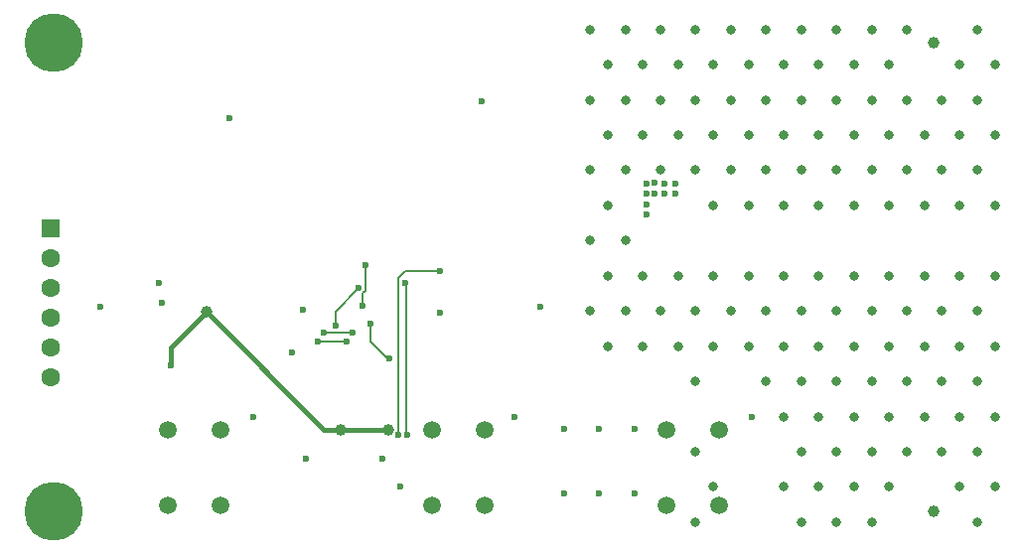
<source format=gbl>
G04*
G04 #@! TF.GenerationSoftware,Altium Limited,Altium Designer,19.0.15 (446)*
G04*
G04 Layer_Physical_Order=2*
G04 Layer_Color=16711680*
%FSLAX25Y25*%
%MOIN*%
G70*
G01*
G75*
%ADD15C,0.00787*%
%ADD53C,0.01575*%
%ADD57C,0.05906*%
%ADD58C,0.06299*%
%ADD59R,0.06299X0.06299*%
%ADD60C,0.03937*%
%ADD61C,0.19685*%
%ADD62C,0.02362*%
%ADD63C,0.03150*%
D15*
X104527Y74064D02*
Y82677D01*
X103768Y69193D02*
Y73305D01*
X104527Y74064D01*
X115748Y25689D02*
Y78346D01*
X118110Y80709D02*
X129603D01*
X115748Y78346D02*
X118110Y80709D01*
Y76870D02*
X118410Y76570D01*
Y25891D02*
Y76570D01*
Y25891D02*
X118710Y25591D01*
X106299Y57087D02*
X112359Y51027D01*
X94488Y67087D02*
X102362Y74961D01*
X94488Y62303D02*
Y67087D01*
X100335Y60138D02*
X100394Y60197D01*
X90610Y60138D02*
X100335D01*
X90551Y60197D02*
X90610Y60138D01*
X88583Y57087D02*
X98425D01*
X106299Y57087D02*
Y62992D01*
D53*
X39370Y55118D02*
X51181Y66929D01*
X39370Y49213D02*
Y55118D01*
X96176Y27559D02*
X112205D01*
X90551D02*
X96176D01*
X51181Y66929D02*
X90551Y27559D01*
D57*
X56102Y27559D02*
D03*
X38386D02*
D03*
X56102Y1969D02*
D03*
X38386D02*
D03*
X144685Y27559D02*
D03*
X126969D02*
D03*
X144685Y1969D02*
D03*
X126969D02*
D03*
X223425Y27559D02*
D03*
X205709D02*
D03*
X223425Y1969D02*
D03*
X205709D02*
D03*
D58*
X-984Y54961D02*
D03*
Y64961D02*
D03*
X-984Y74961D02*
D03*
X-984Y84961D02*
D03*
X-984Y44961D02*
D03*
D59*
X-984Y94961D02*
D03*
D60*
X295276Y157480D02*
D03*
Y0D02*
D03*
X96176Y27559D02*
D03*
X112205D02*
D03*
X51181Y66929D02*
D03*
D61*
X0Y157480D02*
D03*
Y0D02*
D03*
D62*
X39370Y49213D02*
D03*
X104527Y82677D02*
D03*
X103768Y69193D02*
D03*
X129603Y80709D02*
D03*
X118110Y76870D02*
D03*
X115748Y25689D02*
D03*
X35433Y76870D02*
D03*
X66929Y31806D02*
D03*
X234252Y31890D02*
D03*
X194882Y5906D02*
D03*
X183071D02*
D03*
X171260D02*
D03*
Y27657D02*
D03*
X183071D02*
D03*
X194882D02*
D03*
X154774Y31806D02*
D03*
X84646Y17717D02*
D03*
X116142Y8268D02*
D03*
X110236Y17717D02*
D03*
X118710Y25591D02*
D03*
X112638Y51305D02*
D03*
X94488Y62303D02*
D03*
X90551Y60197D02*
D03*
X100394D02*
D03*
X88583Y57087D02*
D03*
X102362Y74961D02*
D03*
X59039Y132047D02*
D03*
X198874Y99806D02*
D03*
X205011Y106816D02*
D03*
Y110123D02*
D03*
X201772Y106816D02*
D03*
X198874Y102953D02*
D03*
Y106816D02*
D03*
X208661D02*
D03*
Y110123D02*
D03*
X201772Y110236D02*
D03*
X198874Y110123D02*
D03*
X163386Y68758D02*
D03*
X129603Y66634D02*
D03*
X143701Y137795D02*
D03*
X79808Y53543D02*
D03*
X83745Y67778D02*
D03*
X36417Y70098D02*
D03*
X15748Y68693D02*
D03*
X98425Y57087D02*
D03*
X106299Y62992D02*
D03*
D63*
X221358Y8268D02*
D03*
X309941Y161811D02*
D03*
X315846Y150000D02*
D03*
X309941Y138189D02*
D03*
X315846Y126378D02*
D03*
X309941Y114567D02*
D03*
X315846Y102756D02*
D03*
Y79134D02*
D03*
X309941Y67323D02*
D03*
X315846Y55512D02*
D03*
X309941Y43701D02*
D03*
X315846Y31890D02*
D03*
X309941Y20079D02*
D03*
X315846Y8268D02*
D03*
X309941Y-3543D02*
D03*
X304035Y150000D02*
D03*
X298130Y138189D02*
D03*
X304035Y126378D02*
D03*
X298130Y114567D02*
D03*
X304035Y102756D02*
D03*
Y79134D02*
D03*
X298130Y67323D02*
D03*
X304035Y55512D02*
D03*
X298130Y43701D02*
D03*
X304035Y31890D02*
D03*
X298130Y20079D02*
D03*
X304035Y8268D02*
D03*
X286319Y161811D02*
D03*
Y138189D02*
D03*
X292224Y126378D02*
D03*
X286319Y114567D02*
D03*
X292224Y102756D02*
D03*
Y79134D02*
D03*
X286319Y67323D02*
D03*
X292224Y55512D02*
D03*
X286319Y43701D02*
D03*
X292224Y31890D02*
D03*
X286319Y20079D02*
D03*
X274508Y161811D02*
D03*
X280413Y150000D02*
D03*
X274508Y138189D02*
D03*
X280413Y126378D02*
D03*
X274508Y114567D02*
D03*
X280413Y102756D02*
D03*
Y79134D02*
D03*
X274508Y67323D02*
D03*
X280413Y55512D02*
D03*
X274508Y43701D02*
D03*
X280413Y31890D02*
D03*
X274508Y20079D02*
D03*
X280413Y8268D02*
D03*
X274508Y-3543D02*
D03*
X262697Y161811D02*
D03*
X268602Y150000D02*
D03*
X262697Y138189D02*
D03*
X268602Y126378D02*
D03*
X262697Y114567D02*
D03*
X268602Y102756D02*
D03*
Y79134D02*
D03*
X262697Y67323D02*
D03*
X268602Y55512D02*
D03*
X262697Y43701D02*
D03*
X268602Y31890D02*
D03*
X262697Y20079D02*
D03*
X268602Y8268D02*
D03*
X262697Y-3543D02*
D03*
X250886Y161811D02*
D03*
X256791Y150000D02*
D03*
X250886Y138189D02*
D03*
X256791Y126378D02*
D03*
X250886Y114567D02*
D03*
X256791Y102756D02*
D03*
Y79134D02*
D03*
X250886Y67323D02*
D03*
X256791Y55512D02*
D03*
X250886Y43701D02*
D03*
X256791Y31890D02*
D03*
X250886Y20079D02*
D03*
X256791Y8268D02*
D03*
X250886Y-3543D02*
D03*
X239075Y161811D02*
D03*
X244980Y150000D02*
D03*
X239075Y138189D02*
D03*
X244980Y126378D02*
D03*
X239075Y114567D02*
D03*
X244980Y102756D02*
D03*
Y79134D02*
D03*
X239075Y67323D02*
D03*
X244980Y55512D02*
D03*
X239075Y43701D02*
D03*
X244980Y31890D02*
D03*
Y8268D02*
D03*
X227264Y161811D02*
D03*
X233169Y150000D02*
D03*
X227264Y138189D02*
D03*
X233169Y126378D02*
D03*
X227264Y114567D02*
D03*
X233169Y102756D02*
D03*
Y79134D02*
D03*
X227264Y67323D02*
D03*
X233169Y55512D02*
D03*
X215453Y161811D02*
D03*
X221358Y150000D02*
D03*
X215453Y138189D02*
D03*
X221358Y126378D02*
D03*
X215453Y114567D02*
D03*
X221358Y102756D02*
D03*
Y79134D02*
D03*
X215453Y67323D02*
D03*
X221358Y55512D02*
D03*
X215453Y43701D02*
D03*
Y20079D02*
D03*
Y-3543D02*
D03*
X203642Y161811D02*
D03*
X209547Y150000D02*
D03*
X203642Y138189D02*
D03*
X209547Y126378D02*
D03*
X203642Y114567D02*
D03*
X209547Y79134D02*
D03*
X203642Y67323D02*
D03*
X209547Y55512D02*
D03*
X191831Y161811D02*
D03*
X197736Y150000D02*
D03*
X191831Y138189D02*
D03*
X197736Y126378D02*
D03*
X191831Y114567D02*
D03*
Y90945D02*
D03*
X197736Y79134D02*
D03*
X191831Y67323D02*
D03*
X197736Y55512D02*
D03*
X180020Y161811D02*
D03*
X185925Y150000D02*
D03*
X180020Y138189D02*
D03*
X185925Y126378D02*
D03*
X180020Y114567D02*
D03*
X185925Y102756D02*
D03*
X180020Y90945D02*
D03*
X185925Y79134D02*
D03*
X180020Y67323D02*
D03*
X185925Y55512D02*
D03*
M02*

</source>
